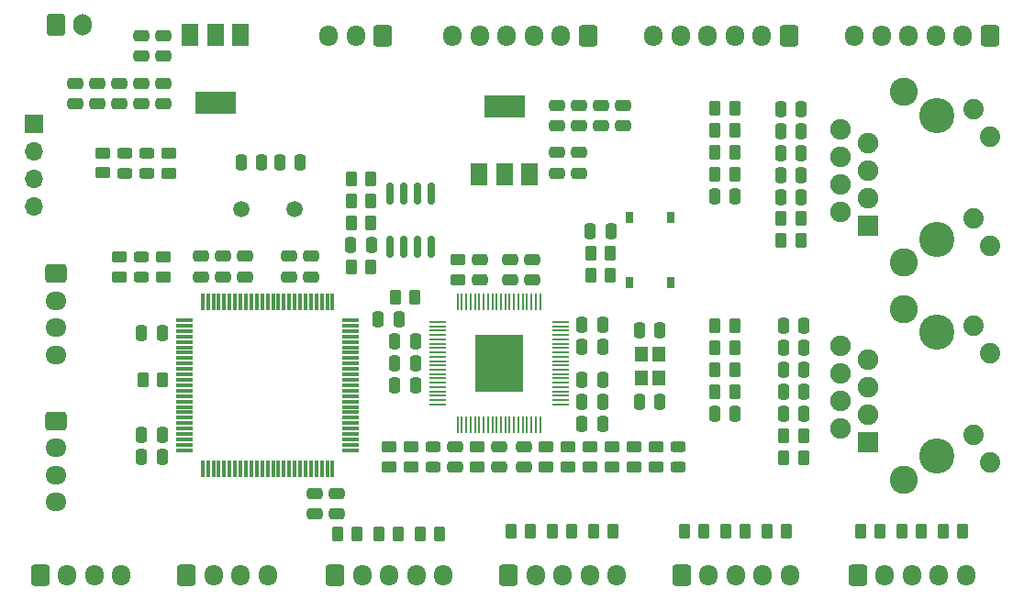
<source format=gbr>
%TF.GenerationSoftware,KiCad,Pcbnew,7.0.9*%
%TF.CreationDate,2024-01-09T22:49:01+01:00*%
%TF.ProjectId,Ax58100-stm32-ethercat,41783538-3130-4302-9d73-746d33322d65,rev?*%
%TF.SameCoordinates,Original*%
%TF.FileFunction,Soldermask,Top*%
%TF.FilePolarity,Negative*%
%FSLAX46Y46*%
G04 Gerber Fmt 4.6, Leading zero omitted, Abs format (unit mm)*
G04 Created by KiCad (PCBNEW 7.0.9) date 2024-01-09 22:49:01*
%MOMM*%
%LPD*%
G01*
G04 APERTURE LIST*
G04 Aperture macros list*
%AMRoundRect*
0 Rectangle with rounded corners*
0 $1 Rounding radius*
0 $2 $3 $4 $5 $6 $7 $8 $9 X,Y pos of 4 corners*
0 Add a 4 corners polygon primitive as box body*
4,1,4,$2,$3,$4,$5,$6,$7,$8,$9,$2,$3,0*
0 Add four circle primitives for the rounded corners*
1,1,$1+$1,$2,$3*
1,1,$1+$1,$4,$5*
1,1,$1+$1,$6,$7*
1,1,$1+$1,$8,$9*
0 Add four rect primitives between the rounded corners*
20,1,$1+$1,$2,$3,$4,$5,0*
20,1,$1+$1,$4,$5,$6,$7,0*
20,1,$1+$1,$6,$7,$8,$9,0*
20,1,$1+$1,$8,$9,$2,$3,0*%
G04 Aperture macros list end*
%ADD10RoundRect,0.250000X-0.725000X0.600000X-0.725000X-0.600000X0.725000X-0.600000X0.725000X0.600000X0*%
%ADD11O,1.950000X1.700000*%
%ADD12RoundRect,0.062500X0.062500X-0.675000X0.062500X0.675000X-0.062500X0.675000X-0.062500X-0.675000X0*%
%ADD13RoundRect,0.062500X0.675000X-0.062500X0.675000X0.062500X-0.675000X0.062500X-0.675000X-0.062500X0*%
%ADD14R,4.500000X5.300000*%
%ADD15RoundRect,0.250000X0.475000X-0.250000X0.475000X0.250000X-0.475000X0.250000X-0.475000X-0.250000X0*%
%ADD16RoundRect,0.250000X0.262500X0.450000X-0.262500X0.450000X-0.262500X-0.450000X0.262500X-0.450000X0*%
%ADD17RoundRect,0.075000X-0.075000X0.725000X-0.075000X-0.725000X0.075000X-0.725000X0.075000X0.725000X0*%
%ADD18RoundRect,0.075000X-0.725000X0.075000X-0.725000X-0.075000X0.725000X-0.075000X0.725000X0.075000X0*%
%ADD19RoundRect,0.150000X-0.150000X0.825000X-0.150000X-0.825000X0.150000X-0.825000X0.150000X0.825000X0*%
%ADD20RoundRect,0.250000X0.450000X-0.262500X0.450000X0.262500X-0.450000X0.262500X-0.450000X-0.262500X0*%
%ADD21RoundRect,0.250000X-0.250000X-0.475000X0.250000X-0.475000X0.250000X0.475000X-0.250000X0.475000X0*%
%ADD22RoundRect,0.250000X0.600000X0.725000X-0.600000X0.725000X-0.600000X-0.725000X0.600000X-0.725000X0*%
%ADD23O,1.700000X1.950000*%
%ADD24R,1.700000X1.700000*%
%ADD25O,1.700000X1.700000*%
%ADD26RoundRect,0.250000X-0.262500X-0.450000X0.262500X-0.450000X0.262500X0.450000X-0.262500X0.450000X0*%
%ADD27C,1.500000*%
%ADD28RoundRect,0.243750X0.456250X-0.243750X0.456250X0.243750X-0.456250X0.243750X-0.456250X-0.243750X0*%
%ADD29RoundRect,0.250000X-0.475000X0.250000X-0.475000X-0.250000X0.475000X-0.250000X0.475000X0.250000X0*%
%ADD30RoundRect,0.250000X-0.600000X-0.725000X0.600000X-0.725000X0.600000X0.725000X-0.600000X0.725000X0*%
%ADD31RoundRect,0.250000X-0.450000X0.262500X-0.450000X-0.262500X0.450000X-0.262500X0.450000X0.262500X0*%
%ADD32RoundRect,0.250000X0.250000X0.475000X-0.250000X0.475000X-0.250000X-0.475000X0.250000X-0.475000X0*%
%ADD33R,1.150000X1.400000*%
%ADD34RoundRect,0.250000X-0.600000X-0.750000X0.600000X-0.750000X0.600000X0.750000X-0.600000X0.750000X0*%
%ADD35O,1.700000X2.000000*%
%ADD36C,3.250000*%
%ADD37R,1.900000X1.900000*%
%ADD38C,1.900000*%
%ADD39C,1.890000*%
%ADD40C,2.600000*%
%ADD41R,1.500000X2.000000*%
%ADD42R,3.800000X2.000000*%
%ADD43R,0.750000X1.000000*%
%ADD44RoundRect,0.243750X-0.456250X0.243750X-0.456250X-0.243750X0.456250X-0.243750X0.456250X0.243750X0*%
G04 APERTURE END LIST*
D10*
%TO.C,J11*%
X144543000Y-90290000D03*
D11*
X144543000Y-92790000D03*
X144543000Y-95290000D03*
X144543000Y-97790000D03*
%TD*%
D12*
%TO.C,U2*%
X181620000Y-104214500D03*
X182020000Y-104214500D03*
X182420000Y-104214500D03*
X182820000Y-104214500D03*
X183220000Y-104214500D03*
X183620000Y-104214500D03*
X184020000Y-104214500D03*
X184420000Y-104214500D03*
X184820000Y-104214500D03*
X185220000Y-104214500D03*
X185620000Y-104214500D03*
X186020000Y-104214500D03*
X186420000Y-104214500D03*
X186820000Y-104214500D03*
X187220000Y-104214500D03*
X187620000Y-104214500D03*
X188020000Y-104214500D03*
X188420000Y-104214500D03*
X188820000Y-104214500D03*
X189220000Y-104214500D03*
D13*
X191082500Y-102352000D03*
X191082500Y-101952000D03*
X191082500Y-101552000D03*
X191082500Y-101152000D03*
X191082500Y-100752000D03*
X191082500Y-100352000D03*
X191082500Y-99952000D03*
X191082500Y-99552000D03*
X191082500Y-99152000D03*
X191082500Y-98752000D03*
X191082500Y-98352000D03*
X191082500Y-97952000D03*
X191082500Y-97552000D03*
X191082500Y-97152000D03*
X191082500Y-96752000D03*
X191082500Y-96352000D03*
X191082500Y-95952000D03*
X191082500Y-95552000D03*
X191082500Y-95152000D03*
X191082500Y-94752000D03*
D12*
X189220000Y-92889500D03*
X188820000Y-92889500D03*
X188420000Y-92889500D03*
X188020000Y-92889500D03*
X187620000Y-92889500D03*
X187220000Y-92889500D03*
X186820000Y-92889500D03*
X186420000Y-92889500D03*
X186020000Y-92889500D03*
X185620000Y-92889500D03*
X185220000Y-92889500D03*
X184820000Y-92889500D03*
X184420000Y-92889500D03*
X184020000Y-92889500D03*
X183620000Y-92889500D03*
X183220000Y-92889500D03*
X182820000Y-92889500D03*
X182420000Y-92889500D03*
X182020000Y-92889500D03*
X181620000Y-92889500D03*
D13*
X179757500Y-94752000D03*
X179757500Y-95152000D03*
X179757500Y-95552000D03*
X179757500Y-95952000D03*
X179757500Y-96352000D03*
X179757500Y-96752000D03*
X179757500Y-97152000D03*
X179757500Y-97552000D03*
X179757500Y-97952000D03*
X179757500Y-98352000D03*
X179757500Y-98752000D03*
X179757500Y-99152000D03*
X179757500Y-99552000D03*
X179757500Y-99952000D03*
X179757500Y-100352000D03*
X179757500Y-100752000D03*
X179757500Y-101152000D03*
X179757500Y-101552000D03*
X179757500Y-101952000D03*
X179757500Y-102352000D03*
D14*
X185420000Y-98552000D03*
%TD*%
D15*
%TO.C,B7*%
X146304000Y-74610000D03*
X146304000Y-72710000D03*
%TD*%
D16*
%TO.C,R18*%
X204366500Y-114046000D03*
X202541500Y-114046000D03*
%TD*%
D17*
%TO.C,U4*%
X170084000Y-92909000D03*
X169584000Y-92909000D03*
X169084000Y-92909000D03*
X168584000Y-92909000D03*
X168084000Y-92909000D03*
X167584000Y-92909000D03*
X167084000Y-92909000D03*
X166584000Y-92909000D03*
X166084000Y-92909000D03*
X165584000Y-92909000D03*
X165084000Y-92909000D03*
X164584000Y-92909000D03*
X164084000Y-92909000D03*
X163584000Y-92909000D03*
X163084000Y-92909000D03*
X162584000Y-92909000D03*
X162084000Y-92909000D03*
X161584000Y-92909000D03*
X161084000Y-92909000D03*
X160584000Y-92909000D03*
X160084000Y-92909000D03*
X159584000Y-92909000D03*
X159084000Y-92909000D03*
X158584000Y-92909000D03*
X158084000Y-92909000D03*
D18*
X156409000Y-94584000D03*
X156409000Y-95084000D03*
X156409000Y-95584000D03*
X156409000Y-96084000D03*
X156409000Y-96584000D03*
X156409000Y-97084000D03*
X156409000Y-97584000D03*
X156409000Y-98084000D03*
X156409000Y-98584000D03*
X156409000Y-99084000D03*
X156409000Y-99584000D03*
X156409000Y-100084000D03*
X156409000Y-100584000D03*
X156409000Y-101084000D03*
X156409000Y-101584000D03*
X156409000Y-102084000D03*
X156409000Y-102584000D03*
X156409000Y-103084000D03*
X156409000Y-103584000D03*
X156409000Y-104084000D03*
X156409000Y-104584000D03*
X156409000Y-105084000D03*
X156409000Y-105584000D03*
X156409000Y-106084000D03*
X156409000Y-106584000D03*
D17*
X158084000Y-108259000D03*
X158584000Y-108259000D03*
X159084000Y-108259000D03*
X159584000Y-108259000D03*
X160084000Y-108259000D03*
X160584000Y-108259000D03*
X161084000Y-108259000D03*
X161584000Y-108259000D03*
X162084000Y-108259000D03*
X162584000Y-108259000D03*
X163084000Y-108259000D03*
X163584000Y-108259000D03*
X164084000Y-108259000D03*
X164584000Y-108259000D03*
X165084000Y-108259000D03*
X165584000Y-108259000D03*
X166084000Y-108259000D03*
X166584000Y-108259000D03*
X167084000Y-108259000D03*
X167584000Y-108259000D03*
X168084000Y-108259000D03*
X168584000Y-108259000D03*
X169084000Y-108259000D03*
X169584000Y-108259000D03*
X170084000Y-108259000D03*
D18*
X171759000Y-106584000D03*
X171759000Y-106084000D03*
X171759000Y-105584000D03*
X171759000Y-105084000D03*
X171759000Y-104584000D03*
X171759000Y-104084000D03*
X171759000Y-103584000D03*
X171759000Y-103084000D03*
X171759000Y-102584000D03*
X171759000Y-102084000D03*
X171759000Y-101584000D03*
X171759000Y-101084000D03*
X171759000Y-100584000D03*
X171759000Y-100084000D03*
X171759000Y-99584000D03*
X171759000Y-99084000D03*
X171759000Y-98584000D03*
X171759000Y-98084000D03*
X171759000Y-97584000D03*
X171759000Y-97084000D03*
X171759000Y-96584000D03*
X171759000Y-96084000D03*
X171759000Y-95584000D03*
X171759000Y-95084000D03*
X171759000Y-94584000D03*
%TD*%
D19*
%TO.C,U3*%
X179197000Y-82869000D03*
X177927000Y-82869000D03*
X176657000Y-82869000D03*
X175387000Y-82869000D03*
X175387000Y-87819000D03*
X176657000Y-87819000D03*
X177927000Y-87819000D03*
X179197000Y-87819000D03*
%TD*%
D20*
%TO.C,R30*%
X183388000Y-108100500D03*
X183388000Y-106275500D03*
%TD*%
D21*
%TO.C,C3*%
X211404200Y-79146400D03*
X213304200Y-79146400D03*
%TD*%
D22*
%TO.C,J1*%
X230726000Y-68326000D03*
D23*
X228226000Y-68326000D03*
X225726000Y-68326000D03*
X223226000Y-68326000D03*
X220726000Y-68326000D03*
X218226000Y-68326000D03*
%TD*%
D22*
%TO.C,J3*%
X212184000Y-68326000D03*
D23*
X209684000Y-68326000D03*
X207184000Y-68326000D03*
X204684000Y-68326000D03*
X202184000Y-68326000D03*
X199684000Y-68326000D03*
%TD*%
D24*
%TO.C,J14*%
X142494000Y-76464000D03*
D25*
X142494000Y-79004000D03*
X142494000Y-81544000D03*
X142494000Y-84084000D03*
%TD*%
D16*
%TO.C,R29*%
X188364500Y-114046000D03*
X186539500Y-114046000D03*
%TD*%
D26*
%TO.C,R44*%
X152587000Y-100050000D03*
X154412000Y-100050000D03*
%TD*%
D15*
%TO.C,C36*%
X168128000Y-90586000D03*
X168128000Y-88686000D03*
%TD*%
D27*
%TO.C,Y2*%
X161680000Y-84302000D03*
X166560000Y-84302000D03*
%TD*%
D26*
%TO.C,R37*%
X171807500Y-81534000D03*
X173632500Y-81534000D03*
%TD*%
D28*
%TO.C,D1*%
X201930000Y-108125500D03*
X201930000Y-106250500D03*
%TD*%
D21*
%TO.C,C2*%
X211404200Y-77114400D03*
X213304200Y-77114400D03*
%TD*%
D29*
%TO.C,C34*%
X170434000Y-110556000D03*
X170434000Y-112456000D03*
%TD*%
D16*
%TO.C,R6*%
X213530500Y-105232200D03*
X211705500Y-105232200D03*
%TD*%
D30*
%TO.C,J6*%
X186302000Y-118110000D03*
D23*
X188802000Y-118110000D03*
X191302000Y-118110000D03*
X193802000Y-118110000D03*
X196302000Y-118110000D03*
%TD*%
D31*
%TO.C,R26*%
X191770000Y-106275500D03*
X191770000Y-108100500D03*
%TD*%
D21*
%TO.C,C32*%
X174290000Y-94462000D03*
X176190000Y-94462000D03*
%TD*%
%TO.C,C8*%
X211668000Y-99136200D03*
X213568000Y-99136200D03*
%TD*%
D29*
%TO.C,C48*%
X152400000Y-68326000D03*
X152400000Y-70226000D03*
%TD*%
D20*
%TO.C,R20*%
X197866000Y-108100500D03*
X197866000Y-106275500D03*
%TD*%
D32*
%TO.C,C47*%
X154346000Y-107162000D03*
X152446000Y-107162000D03*
%TD*%
%TO.C,C45*%
X154346000Y-95732000D03*
X152446000Y-95732000D03*
%TD*%
D21*
%TO.C,C7*%
X211668000Y-97104200D03*
X213568000Y-97104200D03*
%TD*%
D16*
%TO.C,R8*%
X211986500Y-114046000D03*
X210161500Y-114046000D03*
%TD*%
D15*
%TO.C,C27*%
X183642000Y-90866000D03*
X183642000Y-88966000D03*
%TD*%
D21*
%TO.C,C46*%
X152446000Y-105130000D03*
X154346000Y-105130000D03*
%TD*%
D28*
%TO.C,D5*%
X150876000Y-81026000D03*
X150876000Y-79151000D03*
%TD*%
D16*
%TO.C,R5*%
X213276500Y-87249000D03*
X211451500Y-87249000D03*
%TD*%
D15*
%TO.C,C41*%
X160000000Y-90586000D03*
X160000000Y-88686000D03*
%TD*%
D16*
%TO.C,R16*%
X207180500Y-99136200D03*
X205355500Y-99136200D03*
%TD*%
D26*
%TO.C,R34*%
X175871500Y-92456000D03*
X177696500Y-92456000D03*
%TD*%
D21*
%TO.C,C5*%
X211404200Y-83210400D03*
X213304200Y-83210400D03*
%TD*%
D32*
%TO.C,C12*%
X200302000Y-102108000D03*
X198402000Y-102108000D03*
%TD*%
D33*
%TO.C,Y1*%
X198552000Y-97706000D03*
X198552000Y-99906000D03*
X200152000Y-99906000D03*
X200152000Y-97706000D03*
%TD*%
D16*
%TO.C,R23*%
X195730500Y-88392000D03*
X193905500Y-88392000D03*
%TD*%
D20*
%TO.C,R35*%
X175260000Y-108100500D03*
X175260000Y-106275500D03*
%TD*%
D31*
%TO.C,R46*%
X148844000Y-79151000D03*
X148844000Y-80976000D03*
%TD*%
D22*
%TO.C,J5*%
X193662000Y-68326000D03*
D23*
X191162000Y-68326000D03*
X188662000Y-68326000D03*
X186162000Y-68326000D03*
X183662000Y-68326000D03*
X181162000Y-68326000D03*
%TD*%
D15*
%TO.C,C35*%
X168402000Y-112456000D03*
X168402000Y-110556000D03*
%TD*%
D30*
%TO.C,J4*%
X202264000Y-118110000D03*
D23*
X204764000Y-118110000D03*
X207264000Y-118110000D03*
X209764000Y-118110000D03*
X212264000Y-118110000D03*
%TD*%
D29*
%TO.C,C24*%
X187706000Y-106238000D03*
X187706000Y-108138000D03*
%TD*%
D21*
%TO.C,C1*%
X211404200Y-75082400D03*
X213304200Y-75082400D03*
%TD*%
D16*
%TO.C,R41*%
X172362500Y-114300000D03*
X170537500Y-114300000D03*
%TD*%
D29*
%TO.C,C28*%
X181356000Y-106238000D03*
X181356000Y-108138000D03*
%TD*%
D31*
%TO.C,R21*%
X195834000Y-106275500D03*
X195834000Y-108100500D03*
%TD*%
D34*
%TO.C,J10*%
X144526000Y-67310000D03*
D35*
X147026000Y-67310000D03*
%TD*%
D15*
%TO.C,C40*%
X162032000Y-90586000D03*
X162032000Y-88686000D03*
%TD*%
D16*
%TO.C,R3*%
X220622500Y-114029000D03*
X218797500Y-114029000D03*
%TD*%
D36*
%TO.C,IN1*%
X225806000Y-75692000D03*
X225806000Y-87122000D03*
D37*
X219456000Y-85852000D03*
D38*
X216916000Y-84582000D03*
X219456000Y-83312000D03*
X216916000Y-82042000D03*
X219456000Y-80772000D03*
X216916000Y-79502000D03*
X219456000Y-78232000D03*
X216916000Y-76962000D03*
D39*
X230708200Y-87731600D03*
X229184200Y-85191600D03*
X230708200Y-77622400D03*
X229184200Y-75082400D03*
D40*
X222758000Y-73533000D03*
X222758000Y-89281000D03*
%TD*%
D30*
%TO.C,J9*%
X156584000Y-118110000D03*
D23*
X159084000Y-118110000D03*
X161584000Y-118110000D03*
X164084000Y-118110000D03*
%TD*%
D15*
%TO.C,C25*%
X186436000Y-90866000D03*
X186436000Y-88966000D03*
%TD*%
D32*
%TO.C,C39*%
X163556000Y-79984000D03*
X161656000Y-79984000D03*
%TD*%
D29*
%TO.C,B4*%
X194818000Y-74742000D03*
X194818000Y-76642000D03*
%TD*%
D21*
%TO.C,B2*%
X205318000Y-103200200D03*
X207218000Y-103200200D03*
%TD*%
D26*
%TO.C,R39*%
X171807500Y-85598000D03*
X173632500Y-85598000D03*
%TD*%
D21*
%TO.C,C37*%
X165212000Y-79984000D03*
X167112000Y-79984000D03*
%TD*%
D20*
%TO.C,R31*%
X181610000Y-90828500D03*
X181610000Y-89003500D03*
%TD*%
D21*
%TO.C,C18*%
X193106000Y-104140000D03*
X195006000Y-104140000D03*
%TD*%
%TO.C,B1*%
X205318000Y-83185000D03*
X207218000Y-83185000D03*
%TD*%
D16*
%TO.C,R14*%
X207180500Y-95072200D03*
X205355500Y-95072200D03*
%TD*%
D21*
%TO.C,C15*%
X193106000Y-97028000D03*
X195006000Y-97028000D03*
%TD*%
D22*
%TO.C,J7*%
X174712000Y-68343000D03*
D23*
X172212000Y-68343000D03*
X169712000Y-68343000D03*
%TD*%
D16*
%TO.C,R7*%
X213530500Y-107264200D03*
X211705500Y-107264200D03*
%TD*%
D15*
%TO.C,C20*%
X192786000Y-81026000D03*
X192786000Y-79126000D03*
%TD*%
D16*
%TO.C,R11*%
X207180500Y-77089000D03*
X205355500Y-77089000D03*
%TD*%
D32*
%TO.C,C30*%
X177734000Y-98552000D03*
X175834000Y-98552000D03*
%TD*%
D15*
%TO.C,C42*%
X157968000Y-90586000D03*
X157968000Y-88686000D03*
%TD*%
D21*
%TO.C,C11*%
X198402000Y-95504000D03*
X200302000Y-95504000D03*
%TD*%
D41*
%TO.C,U5*%
X161558000Y-68224000D03*
X159258000Y-68224000D03*
D42*
X159258000Y-74524000D03*
D41*
X156958000Y-68224000D03*
%TD*%
D15*
%TO.C,B6*%
X148336000Y-74610000D03*
X148336000Y-72710000D03*
%TD*%
D20*
%TO.C,R28*%
X189738000Y-108100500D03*
X189738000Y-106275500D03*
%TD*%
D21*
%TO.C,C10*%
X211668000Y-103200200D03*
X213568000Y-103200200D03*
%TD*%
D32*
%TO.C,C29*%
X177734000Y-96520000D03*
X175834000Y-96520000D03*
%TD*%
D30*
%TO.C,J13*%
X143082000Y-118110000D03*
D23*
X145582000Y-118110000D03*
X148082000Y-118110000D03*
X150582000Y-118110000D03*
%TD*%
D10*
%TO.C,J12*%
X144526000Y-103886000D03*
D11*
X144526000Y-106386000D03*
X144526000Y-108886000D03*
X144526000Y-111386000D03*
%TD*%
D16*
%TO.C,R1*%
X228242500Y-114046000D03*
X226417500Y-114046000D03*
%TD*%
D43*
%TO.C,SW1*%
X201265000Y-85138000D03*
X201265000Y-91138000D03*
X197515000Y-85138000D03*
X197515000Y-91138000D03*
%TD*%
D20*
%TO.C,R43*%
X154432000Y-90574500D03*
X154432000Y-88749500D03*
%TD*%
D21*
%TO.C,C13*%
X193868000Y-86360000D03*
X195768000Y-86360000D03*
%TD*%
D32*
%TO.C,C4*%
X213304200Y-81178400D03*
X211404200Y-81178400D03*
%TD*%
D28*
%TO.C,D4*%
X152400000Y-90599500D03*
X152400000Y-88724500D03*
%TD*%
D29*
%TO.C,C43*%
X154432000Y-68326000D03*
X154432000Y-70226000D03*
%TD*%
D30*
%TO.C,J8*%
X170300000Y-118110000D03*
D23*
X172800000Y-118110000D03*
X175300000Y-118110000D03*
X177800000Y-118110000D03*
X180300000Y-118110000D03*
%TD*%
D16*
%TO.C,R27*%
X192174500Y-114046000D03*
X190349500Y-114046000D03*
%TD*%
D30*
%TO.C,J2*%
X218520000Y-118093000D03*
D23*
X221020000Y-118093000D03*
X223520000Y-118093000D03*
X226020000Y-118093000D03*
X228520000Y-118093000D03*
%TD*%
D26*
%TO.C,R38*%
X171807500Y-83566000D03*
X173632500Y-83566000D03*
%TD*%
D16*
%TO.C,R22*%
X195984500Y-114046000D03*
X194159500Y-114046000D03*
%TD*%
D15*
%TO.C,C49*%
X152400000Y-74610000D03*
X152400000Y-72710000D03*
%TD*%
D21*
%TO.C,C14*%
X193106000Y-94996000D03*
X195006000Y-94996000D03*
%TD*%
D32*
%TO.C,C31*%
X177734000Y-100584000D03*
X175834000Y-100584000D03*
%TD*%
D21*
%TO.C,C9*%
X211668000Y-101168200D03*
X213568000Y-101168200D03*
%TD*%
D44*
%TO.C,D2*%
X179324000Y-106250500D03*
X179324000Y-108125500D03*
%TD*%
D29*
%TO.C,C21*%
X190754000Y-74742000D03*
X190754000Y-76642000D03*
%TD*%
D16*
%TO.C,R32*%
X179982500Y-114300000D03*
X178157500Y-114300000D03*
%TD*%
D20*
%TO.C,R45*%
X150368000Y-90574500D03*
X150368000Y-88749500D03*
%TD*%
%TO.C,R19*%
X199898000Y-108100500D03*
X199898000Y-106275500D03*
%TD*%
D29*
%TO.C,C19*%
X192786000Y-74742000D03*
X192786000Y-76642000D03*
%TD*%
D28*
%TO.C,D3*%
X152908000Y-81026000D03*
X152908000Y-79151000D03*
%TD*%
D41*
%TO.C,U1*%
X183628000Y-81128000D03*
X185928000Y-81128000D03*
D42*
X185928000Y-74828000D03*
D41*
X188228000Y-81128000D03*
%TD*%
D32*
%TO.C,C33*%
X173670000Y-87630000D03*
X171770000Y-87630000D03*
%TD*%
D16*
%TO.C,R15*%
X207180500Y-97104200D03*
X205355500Y-97104200D03*
%TD*%
%TO.C,R10*%
X207180500Y-75057000D03*
X205355500Y-75057000D03*
%TD*%
%TO.C,R13*%
X207180500Y-81153000D03*
X205355500Y-81153000D03*
%TD*%
D15*
%TO.C,C38*%
X166096000Y-90586000D03*
X166096000Y-88686000D03*
%TD*%
D20*
%TO.C,R33*%
X177292000Y-108100500D03*
X177292000Y-106275500D03*
%TD*%
D16*
%TO.C,R40*%
X173632500Y-89662000D03*
X171807500Y-89662000D03*
%TD*%
%TO.C,R36*%
X176172500Y-114300000D03*
X174347500Y-114300000D03*
%TD*%
%TO.C,R4*%
X213276500Y-85217000D03*
X211451500Y-85217000D03*
%TD*%
D21*
%TO.C,C16*%
X193106000Y-100076000D03*
X195006000Y-100076000D03*
%TD*%
D36*
%TO.C,OUT1*%
X225806000Y-95707200D03*
X225806000Y-107137200D03*
D37*
X219456000Y-105867200D03*
D38*
X216916000Y-104597200D03*
X219456000Y-103327200D03*
X216916000Y-102057200D03*
X219456000Y-100787200D03*
X216916000Y-99517200D03*
X219456000Y-98247200D03*
X216916000Y-96977200D03*
D39*
X230708200Y-107746800D03*
X229184200Y-105206800D03*
X230708200Y-97637600D03*
X229184200Y-95097600D03*
D40*
X222758000Y-93548200D03*
X222758000Y-109296200D03*
%TD*%
D21*
%TO.C,C6*%
X211668000Y-95072200D03*
X213568000Y-95072200D03*
%TD*%
D15*
%TO.C,C44*%
X154432000Y-74610000D03*
X154432000Y-72710000D03*
%TD*%
D16*
%TO.C,R24*%
X195730500Y-90424000D03*
X193905500Y-90424000D03*
%TD*%
D29*
%TO.C,B3*%
X196850000Y-74742000D03*
X196850000Y-76642000D03*
%TD*%
D31*
%TO.C,R25*%
X193802000Y-106275500D03*
X193802000Y-108100500D03*
%TD*%
D15*
%TO.C,B5*%
X150368000Y-74610000D03*
X150368000Y-72710000D03*
%TD*%
D29*
%TO.C,C26*%
X185420000Y-106238000D03*
X185420000Y-108138000D03*
%TD*%
D16*
%TO.C,R9*%
X208176500Y-114046000D03*
X206351500Y-114046000D03*
%TD*%
D15*
%TO.C,C22*%
X190754000Y-81026000D03*
X190754000Y-79126000D03*
%TD*%
D31*
%TO.C,R42*%
X154940000Y-79176000D03*
X154940000Y-81001000D03*
%TD*%
D21*
%TO.C,C17*%
X193106000Y-102108000D03*
X195006000Y-102108000D03*
%TD*%
D16*
%TO.C,R12*%
X207180500Y-79121000D03*
X205355500Y-79121000D03*
%TD*%
D15*
%TO.C,C23*%
X188468000Y-90866000D03*
X188468000Y-88966000D03*
%TD*%
D16*
%TO.C,R17*%
X207180500Y-101168200D03*
X205355500Y-101168200D03*
%TD*%
%TO.C,R2*%
X224432500Y-114046000D03*
X222607500Y-114046000D03*
%TD*%
M02*

</source>
